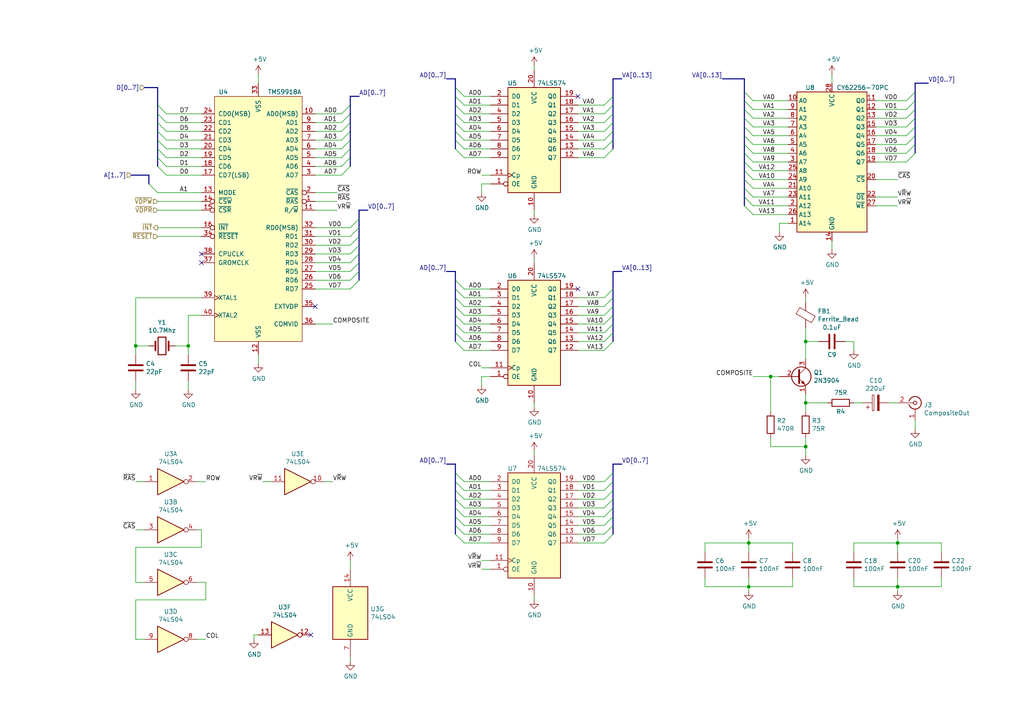
<source format=kicad_sch>
(kicad_sch (version 20230121) (generator eeschema)
  (paper "A4")
  (lib_symbols
    (symbol "74xx:74LS04"
      (property "Reference" "U" (at 0 1.27 0))
      (property "Value" "74LS04" (at 0 -1.27 0))
      (symbol "74LS04_1_0"
        (pin input line (at -7.62 0 0) (length 3.81) (name "~") (number "1"))
        (pin output inverted (at 7.62 0 180) (length 3.81) (name "~") (number "2"))
      )
      (symbol "74LS04_2_0"
        (pin input line (at -7.62 0 0) (length 3.81) (name "~") (number "3"))
        (pin output inverted (at 7.62 0 180) (length 3.81) (name "~") (number "4"))
      )
      (symbol "74LS04_3_0"
        (pin input line (at -7.62 0 0) (length 3.81) (name "~") (number "5"))
        (pin output inverted (at 7.62 0 180) (length 3.81) (name "~") (number "6"))
      )
      (symbol "74LS04_4_0"
        (pin output inverted (at 7.62 0 180) (length 3.81) (name "~") (number "8"))
        (pin input line (at -7.62 0 0) (length 3.81) (name "~") (number "9"))
      )
      (symbol "74LS04_5_0"
        (pin output inverted (at 7.62 0 180) (length 3.81) (name "~") (number "10"))
        (pin input line (at -7.62 0 0) (length 3.81) (name "~") (number "11"))
      )
      (symbol "74LS04_6_0"
        (pin output inverted (at 7.62 0 180) (length 3.81) (name "~") (number "12"))
        (pin input line (at -7.62 0 0) (length 3.81) (name "~") (number "13"))
      )
      (symbol "74LS04_7_0"
        (pin power_in line (at 0 12.7 270) (length 5.08) (name "VCC") (number "14"))
        (pin power_in line (at 0 -12.7 90) (length 5.08) (name "GND") (number "7"))
      )
    )
    (symbol "74xx:74LS574" (pin_names (offset 1.016))
      (property "Reference" "U" (at -7.62 16.51 0))
      (property "Value" "74LS574" (at -7.62 -16.51 0))
      (symbol "74LS574_1_0"
        (pin input inverted (at -12.7 -12.7 0) (length 5.08) (name "OE") (number "1"))
        (pin power_in line (at 0 -20.32 90) (length 5.08) (name "GND") (number "10"))
        (pin input clock (at -12.7 -10.16 0) (length 5.08) (name "Cp") (number "11"))
        (pin tri_state line (at 12.7 -5.08 180) (length 5.08) (name "Q7") (number "12"))
        (pin tri_state line (at 12.7 -2.54 180) (length 5.08) (name "Q6") (number "13"))
        (pin tri_state line (at 12.7 0 180) (length 5.08) (name "Q5") (number "14"))
        (pin tri_state line (at 12.7 2.54 180) (length 5.08) (name "Q4") (number "15"))
        (pin tri_state line (at 12.7 5.08 180) (length 5.08) (name "Q3") (number "16"))
        (pin tri_state line (at 12.7 7.62 180) (length 5.08) (name "Q2") (number "17"))
        (pin tri_state line (at 12.7 10.16 180) (length 5.08) (name "Q1") (number "18"))
        (pin tri_state line (at 12.7 12.7 180) (length 5.08) (name "Q0") (number "19"))
        (pin input line (at -12.7 12.7 0) (length 5.08) (name "D0") (number "2"))
        (pin power_in line (at 0 20.32 270) (length 5.08) (name "VCC") (number "20"))
        (pin input line (at -12.7 10.16 0) (length 5.08) (name "D1") (number "3"))
        (pin input line (at -12.7 7.62 0) (length 5.08) (name "D2") (number "4"))
        (pin input line (at -12.7 5.08 0) (length 5.08) (name "D3") (number "5"))
        (pin input line (at -12.7 2.54 0) (length 5.08) (name "D4") (number "6"))
        (pin input line (at -12.7 0 0) (length 5.08) (name "D5") (number "7"))
        (pin input line (at -12.7 -2.54 0) (length 5.08) (name "D6") (number "8"))
        (pin input line (at -12.7 -5.08 0) (length 5.08) (name "D7") (number "9"))
      )
    )
    (symbol "Ddraig:Conn_Coaxial-KLPX0848A2RG" (pin_names (offset 1.016) hide)
      (property "Reference" "J" (at 0.254 3.048 0))
      (property "Value" "Conn_Coaxial-KLPX0848A2RG" (at 2.921 0 90))
      (symbol "Conn_Coaxial-KLPX0848A2RG_1_1"
        (pin passive line (at 0 -5.08 90) (length 2.54) (name "Ext") (number "1"))
        (pin passive line (at -5.08 0 0) (length 2.54) (name "In") (number "2"))
      )
    )
    (symbol "Ddraig:TMS9918A" (pin_names (offset 1.016))
      (property "Reference" "U" (at -11.43 43.18 0))
      (property "Value" "TMS9918A" (at 8.89 -30.48 0))
      (symbol "TMS9918A_1_1"
        (pin output inverted (at 16.51 11.43 180) (length 3.81) (name "~{RAS}") (number "1"))
        (pin output line (at 16.51 36.83 180) (length 3.81) (name "AD0(MSB)") (number "10"))
        (pin output line (at 16.51 8.89 180) (length 3.81) (name "R/~{W}") (number "11"))
        (pin power_in line (at 0 -33.02 90) (length 3.81) (name "VSS") (number "12"))
        (pin input line (at -16.51 13.97 0) (length 3.81) (name "MODE") (number "13"))
        (pin input inverted (at -16.51 11.43 0) (length 3.81) (name "~{CSW}") (number "14"))
        (pin input inverted (at -16.51 8.89 0) (length 3.81) (name "~{CSR}") (number "15"))
        (pin output inverted (at -16.51 3.81 0) (length 3.81) (name "~{INT}") (number "16"))
        (pin bidirectional line (at -16.51 19.05 0) (length 3.81) (name "CD7(LSB)") (number "17"))
        (pin bidirectional line (at -16.51 21.59 0) (length 3.81) (name "CD6") (number "18"))
        (pin bidirectional line (at -16.51 24.13 0) (length 3.81) (name "CD5") (number "19"))
        (pin output inverted (at 16.51 13.97 180) (length 3.81) (name "~{CAS}") (number "2"))
        (pin bidirectional line (at -16.51 26.67 0) (length 3.81) (name "CD4") (number "20"))
        (pin bidirectional line (at -16.51 29.21 0) (length 3.81) (name "CD3") (number "21"))
        (pin bidirectional line (at -16.51 31.75 0) (length 3.81) (name "CD2") (number "22"))
        (pin bidirectional line (at -16.51 34.29 0) (length 3.81) (name "CD1") (number "23"))
        (pin bidirectional line (at -16.51 36.83 0) (length 3.81) (name "CD0(MSB)") (number "24"))
        (pin bidirectional line (at 16.51 -13.97 180) (length 3.81) (name "RD7") (number "25"))
        (pin bidirectional line (at 16.51 -11.43 180) (length 3.81) (name "RD6") (number "26"))
        (pin bidirectional line (at 16.51 -8.89 180) (length 3.81) (name "RD5") (number "27"))
        (pin bidirectional line (at 16.51 -6.35 180) (length 3.81) (name "RD4") (number "28"))
        (pin bidirectional line (at 16.51 -3.81 180) (length 3.81) (name "RD3") (number "29"))
        (pin output line (at 16.51 19.05 180) (length 3.81) (name "AD7") (number "3"))
        (pin bidirectional line (at 16.51 -1.27 180) (length 3.81) (name "RD2") (number "30"))
        (pin bidirectional line (at 16.51 1.27 180) (length 3.81) (name "RD1") (number "31"))
        (pin bidirectional line (at 16.51 3.81 180) (length 3.81) (name "RD0(MSB)") (number "32"))
        (pin power_in line (at 0 45.72 270) (length 3.81) (name "VSS") (number "33"))
        (pin input inverted (at -16.51 1.27 0) (length 3.81) (name "~{RESET}") (number "34"))
        (pin bidirectional line (at 16.51 -19.05 180) (length 3.81) (name "EXTVDP") (number "35"))
        (pin output line (at 16.51 -24.13 180) (length 3.81) (name "COMVID") (number "36"))
        (pin output line (at -16.51 -6.35 0) (length 3.81) (name "GROMCLK") (number "37"))
        (pin output line (at -16.51 -3.81 0) (length 3.81) (name "CPUCLK") (number "38"))
        (pin input clock (at -16.51 -16.51 0) (length 3.81) (name "XTAL1") (number "39"))
        (pin output line (at 16.51 21.59 180) (length 3.81) (name "AD6") (number "4"))
        (pin input clock (at -16.51 -21.59 0) (length 3.81) (name "XTAL2") (number "40"))
        (pin output line (at 16.51 24.13 180) (length 3.81) (name "AD5") (number "5"))
        (pin output line (at 16.51 26.67 180) (length 3.81) (name "AD4") (number "6"))
        (pin output line (at 16.51 29.21 180) (length 3.81) (name "AD3") (number "7"))
        (pin output line (at 16.51 31.75 180) (length 3.81) (name "AD2") (number "8"))
        (pin output line (at 16.51 34.29 180) (length 3.81) (name "AD1") (number "9"))
      )
    )
    (symbol "Device:C" (pin_numbers hide) (pin_names (offset 0.254))
      (property "Reference" "C" (at 0.635 2.54 0))
      (property "Value" "C" (at 0.635 -2.54 0))
      (symbol "C_1_1"
        (pin passive line (at 0 3.81 270) (length 2.794) (name "~") (number "1"))
        (pin passive line (at 0 -3.81 90) (length 2.794) (name "~") (number "2"))
      )
    )
    (symbol "Device:C_Polarized" (pin_numbers hide) (pin_names (offset 0.254))
      (property "Reference" "C" (at 0.635 2.54 0))
      (property "Value" "C_Polarized" (at 0.635 -2.54 0))
      (symbol "C_Polarized_1_1"
        (pin passive line (at 0 3.81 270) (length 2.794) (name "~") (number "1"))
        (pin passive line (at 0 -3.81 90) (length 2.794) (name "~") (number "2"))
      )
    )
    (symbol "Device:Crystal" (pin_numbers hide) (pin_names (offset 1.016) hide)
      (property "Reference" "Y" (at 0 3.81 0))
      (property "Value" "Crystal" (at 0 -3.81 0))
      (symbol "Crystal_1_1"
        (pin passive line (at -3.81 0 0) (length 1.27) (name "1") (number "1"))
        (pin passive line (at 3.81 0 180) (length 1.27) (name "2") (number "2"))
      )
    )
    (symbol "Device:FerriteBead" (pin_numbers hide) (pin_names (offset 0))
      (property "Reference" "FB" (at -3.81 0.635 90))
      (property "Value" "FerriteBead" (at 3.81 0 90))
      (symbol "FerriteBead_1_1"
        (pin passive line (at 0 3.81 270) (length 2.54) (name "~") (number "1"))
        (pin passive line (at 0 -3.81 90) (length 2.54) (name "~") (number "2"))
      )
    )
    (symbol "Device:R" (pin_numbers hide) (pin_names (offset 0))
      (property "Reference" "R" (at 2.032 0 90))
      (property "Value" "R" (at 0 0 90))
      (symbol "R_1_1"
        (pin passive line (at 0 3.81 270) (length 1.27) (name "~") (number "1"))
        (pin passive line (at 0 -3.81 90) (length 1.27) (name "~") (number "2"))
      )
    )
    (symbol "Memory_RAM:CY62256-70PC"
      (property "Reference" "U" (at -10.16 20.955 0))
      (property "Value" "CY62256-70PC" (at 2.54 20.955 0))
      (symbol "CY62256-70PC_0_0"
        (pin power_in line (at 0 -22.86 90) (length 2.54) (name "GND") (number "14"))
        (pin power_in line (at 0 22.86 270) (length 2.54) (name "VCC") (number "28"))
      )
      (symbol "CY62256-70PC_1_1"
        (pin input line (at -12.7 -17.78 0) (length 2.54) (name "A14") (number "1"))
        (pin input line (at -12.7 17.78 0) (length 2.54) (name "A0") (number "10"))
        (pin tri_state line (at 12.7 17.78 180) (length 2.54) (name "Q0") (number "11"))
        (pin tri_state line (at 12.7 15.24 180) (length 2.54) (name "Q1") (number "12"))
        (pin tri_state line (at 12.7 12.7 180) (length 2.54) (name "Q2") (number "13"))
        (pin tri_state line (at 12.7 10.16 180) (length 2.54) (name "Q3") (number "15"))
        (pin tri_state line (at 12.7 7.62 180) (length 2.54) (name "Q4") (number "16"))
        (pin tri_state line (at 12.7 5.08 180) (length 2.54) (name "Q5") (number "17"))
        (pin tri_state line (at 12.7 2.54 180) (length 2.54) (name "Q6") (number "18"))
        (pin tri_state line (at 12.7 0 180) (length 2.54) (name "Q7") (number "19"))
        (pin input line (at -12.7 -12.7 0) (length 2.54) (name "A12") (number "2"))
        (pin input line (at 12.7 -5.08 180) (length 2.54) (name "~{CS}") (number "20"))
        (pin input line (at -12.7 -7.62 0) (length 2.54) (name "A10") (number "21"))
        (pin input line (at 12.7 -10.16 180) (length 2.54) (name "~{OE}") (number "22"))
        (pin input line (at -12.7 -10.16 0) (length 2.54) (name "A11") (number "23"))
        (pin input line (at -12.7 -5.08 0) (length 2.54) (name "A9") (number "24"))
        (pin input line (at -12.7 -2.54 0) (length 2.54) (name "A8") (number "25"))
        (pin input line (at -12.7 -15.24 0) (length 2.54) (name "A13") (number "26"))
        (pin input line (at 12.7 -12.7 180) (length 2.54) (name "~{WE}") (number "27"))
        (pin input line (at -12.7 0 0) (length 2.54) (name "A7") (number "3"))
        (pin input line (at -12.7 2.54 0) (length 2.54) (name "A6") (number "4"))
        (pin input line (at -12.7 5.08 0) (length 2.54) (name "A5") (number "5"))
        (pin input line (at -12.7 7.62 0) (length 2.54) (name "A4") (number "6"))
        (pin input line (at -12.7 10.16 0) (length 2.54) (name "A3") (number "7"))
        (pin input line (at -12.7 12.7 0) (length 2.54) (name "A2") (number "8"))
        (pin input line (at -12.7 15.24 0) (length 2.54) (name "A1") (number "9"))
      )
    )
    (symbol "Transistor_BJT:2N3904" (pin_names (offset 0) hide)
      (property "Reference" "Q" (at 5.08 1.905 0))
      (property "Value" "2N3904" (at 5.08 0 0))
      (symbol "2N3904_1_1"
        (pin passive line (at 2.54 -5.08 90) (length 2.54) (name "E") (number "1"))
        (pin passive line (at -5.08 0 0) (length 5.715) (name "B") (number "2"))
        (pin passive line (at 2.54 5.08 270) (length 2.54) (name "C") (number "3"))
      )
    )
    (symbol "power:+5V" (power) (pin_names (offset 0))
      (property "Value" "+5V" (at 0 3.556 0))
      (symbol "+5V_1_1"
        (pin power_in line (at 0 0 90) (length 0) hide (name "+5V") (number "1"))
      )
    )
    (symbol "power:GND" (power) (pin_names (offset 0))
      (property "Value" "GND" (at 0 -3.81 0))
      (symbol "GND_1_1"
        (pin power_in line (at 0 0 270) (length 0) hide (name "GND") (number "1"))
      )
    )
  )
  (junction (at 39.37 100.33))
  (junction (at 233.68 129.54))
  (junction (at 260.35 157.48))
  (junction (at 233.68 116.84))
  (junction (at 233.68 99.06))
  (junction (at 54.61 100.33))
  (junction (at 217.17 170.18))
  (junction (at 260.35 170.18))
  (junction (at 217.17 157.48))
  (junction (at 223.52 109.22))
  (no_connect (at 167.64 27.94))
  (no_connect (at 91.44 88.9))
  (no_connect (at 90.17 184.15))
  (no_connect (at 58.42 76.2))
  (no_connect (at 167.64 83.82))
  (no_connect (at 58.42 73.66))
  (bus_entry (at 132.08 83.82) (size 2.54 2.54))
  (bus_entry (at 132.08 154.94) (size 2.54 2.54))
  (bus_entry (at 265.43 36.83) (size -2.54 2.54))
  (bus_entry (at 215.9 31.75) (size 2.54 2.54))
  (bus_entry (at 101.6 40.64) (size -2.54 2.54))
  (bus_entry (at 215.9 59.69) (size 2.54 2.54))
  (bus_entry (at 177.8 154.94) (size -2.54 2.54))
  (bus_entry (at 177.8 35.56) (size -2.54 2.54))
  (bus_entry (at 215.9 36.83) (size 2.54 2.54))
  (bus_entry (at 43.18 53.34) (size 2.54 2.54))
  (bus_entry (at 45.72 38.1) (size 2.54 2.54))
  (bus_entry (at 132.08 25.4) (size 2.54 2.54))
  (bus_entry (at 265.43 44.45) (size -2.54 2.54))
  (bus_entry (at 265.43 41.91) (size -2.54 2.54))
  (bus_entry (at 215.9 29.21) (size 2.54 2.54))
  (bus_entry (at 101.6 33.02) (size -2.54 2.54))
  (bus_entry (at 177.8 91.44) (size -2.54 2.54))
  (bus_entry (at 177.8 99.06) (size -2.54 2.54))
  (bus_entry (at 215.9 26.67) (size 2.54 2.54))
  (bus_entry (at 132.08 139.7) (size 2.54 2.54))
  (bus_entry (at 177.8 38.1) (size -2.54 2.54))
  (bus_entry (at 265.43 39.37) (size -2.54 2.54))
  (bus_entry (at 177.8 93.98) (size -2.54 2.54))
  (bus_entry (at 132.08 81.28) (size 2.54 2.54))
  (bus_entry (at 132.08 35.56) (size 2.54 2.54))
  (bus_entry (at 101.6 35.56) (size -2.54 2.54))
  (bus_entry (at 101.6 43.18) (size -2.54 2.54))
  (bus_entry (at 215.9 54.61) (size 2.54 2.54))
  (bus_entry (at 132.08 43.18) (size 2.54 2.54))
  (bus_entry (at 101.6 45.72) (size -2.54 2.54))
  (bus_entry (at 177.8 88.9) (size -2.54 2.54))
  (bus_entry (at 177.8 40.64) (size -2.54 2.54))
  (bus_entry (at 177.8 139.7) (size -2.54 2.54))
  (bus_entry (at 104.14 66.04) (size -2.54 2.54))
  (bus_entry (at 132.08 27.94) (size 2.54 2.54))
  (bus_entry (at 45.72 35.56) (size 2.54 2.54))
  (bus_entry (at 101.6 48.26) (size -2.54 2.54))
  (bus_entry (at 177.8 142.24) (size -2.54 2.54))
  (bus_entry (at 215.9 41.91) (size 2.54 2.54))
  (bus_entry (at 45.72 45.72) (size 2.54 2.54))
  (bus_entry (at 177.8 86.36) (size -2.54 2.54))
  (bus_entry (at 132.08 142.24) (size 2.54 2.54))
  (bus_entry (at 101.6 38.1) (size -2.54 2.54))
  (bus_entry (at 132.08 33.02) (size 2.54 2.54))
  (bus_entry (at 177.8 147.32) (size -2.54 2.54))
  (bus_entry (at 177.8 152.4) (size -2.54 2.54))
  (bus_entry (at 132.08 86.36) (size 2.54 2.54))
  (bus_entry (at 104.14 78.74) (size -2.54 2.54))
  (bus_entry (at 45.72 40.64) (size 2.54 2.54))
  (bus_entry (at 132.08 147.32) (size 2.54 2.54))
  (bus_entry (at 265.43 26.67) (size -2.54 2.54))
  (bus_entry (at 45.72 43.18) (size 2.54 2.54))
  (bus_entry (at 177.8 149.86) (size -2.54 2.54))
  (bus_entry (at 215.9 52.07) (size 2.54 2.54))
  (bus_entry (at 104.14 81.28) (size -2.54 2.54))
  (bus_entry (at 177.8 96.52) (size -2.54 2.54))
  (bus_entry (at 132.08 88.9) (size 2.54 2.54))
  (bus_entry (at 132.08 152.4) (size 2.54 2.54))
  (bus_entry (at 104.14 73.66) (size -2.54 2.54))
  (bus_entry (at 104.14 71.12) (size -2.54 2.54))
  (bus_entry (at 215.9 44.45) (size 2.54 2.54))
  (bus_entry (at 132.08 30.48) (size 2.54 2.54))
  (bus_entry (at 177.8 83.82) (size -2.54 2.54))
  (bus_entry (at 132.08 99.06) (size 2.54 2.54))
  (bus_entry (at 215.9 34.29) (size 2.54 2.54))
  (bus_entry (at 177.8 144.78) (size -2.54 2.54))
  (bus_entry (at 132.08 144.78) (size 2.54 2.54))
  (bus_entry (at 215.9 57.15) (size 2.54 2.54))
  (bus_entry (at 45.72 30.48) (size 2.54 2.54))
  (bus_entry (at 215.9 39.37) (size 2.54 2.54))
  (bus_entry (at 132.08 40.64) (size 2.54 2.54))
  (bus_entry (at 177.8 43.18) (size -2.54 2.54))
  (bus_entry (at 132.08 38.1) (size 2.54 2.54))
  (bus_entry (at 101.6 30.48) (size -2.54 2.54))
  (bus_entry (at 265.43 31.75) (size -2.54 2.54))
  (bus_entry (at 177.8 33.02) (size -2.54 2.54))
  (bus_entry (at 132.08 96.52) (size 2.54 2.54))
  (bus_entry (at 104.14 68.58) (size -2.54 2.54))
  (bus_entry (at 215.9 49.53) (size 2.54 2.54))
  (bus_entry (at 215.9 46.99) (size 2.54 2.54))
  (bus_entry (at 132.08 137.16) (size 2.54 2.54))
  (bus_entry (at 45.72 33.02) (size 2.54 2.54))
  (bus_entry (at 132.08 149.86) (size 2.54 2.54))
  (bus_entry (at 104.14 63.5) (size -2.54 2.54))
  (bus_entry (at 104.14 76.2) (size -2.54 2.54))
  (bus_entry (at 177.8 27.94) (size -2.54 2.54))
  (bus_entry (at 265.43 29.21) (size -2.54 2.54))
  (bus_entry (at 177.8 137.16) (size -2.54 2.54))
  (bus_entry (at 177.8 30.48) (size -2.54 2.54))
  (bus_entry (at 265.43 34.29) (size -2.54 2.54))
  (bus_entry (at 132.08 93.98) (size 2.54 2.54))
  (bus_entry (at 45.72 48.26) (size 2.54 2.54))
  (bus_entry (at 132.08 91.44) (size 2.54 2.54))
  (bus (pts (xy 265.43 24.13) (xy 269.24 24.13)))
  (bus (pts (xy 177.8 22.86) (xy 180.34 22.86)))
  (wire (pts (xy 233.68 104.14) (xy 233.68 99.06)))
  (wire (pts (xy 58.42 153.67) (xy 58.42 158.75)))
  (wire (pts (xy 228.6 49.53) (xy 218.44 49.53)))
  (wire (pts (xy 134.62 154.94) (xy 142.24 154.94)))
  (wire (pts (xy 99.06 45.72) (xy 91.44 45.72)))
  (bus (pts (xy 132.08 25.4) (xy 132.08 27.94)))
  (wire (pts (xy 58.42 40.64) (xy 48.26 40.64)))
  (wire (pts (xy 91.44 73.66) (xy 101.6 73.66)))
  (wire (pts (xy 228.6 46.99) (xy 218.44 46.99)))
  (wire (pts (xy 228.6 44.45) (xy 218.44 44.45)))
  (wire (pts (xy 223.52 109.22) (xy 226.06 109.22)))
  (bus (pts (xy 177.8 22.86) (xy 177.8 27.94)))
  (bus (pts (xy 215.9 34.29) (xy 215.9 36.83)))
  (bus (pts (xy 132.08 139.7) (xy 132.08 142.24)))
  (wire (pts (xy 78.74 139.7) (xy 76.2 139.7)))
  (bus (pts (xy 265.43 41.91) (xy 265.43 44.45)))
  (bus (pts (xy 177.8 144.78) (xy 177.8 147.32)))
  (wire (pts (xy 247.65 116.84) (xy 250.19 116.84)))
  (bus (pts (xy 45.72 35.56) (xy 45.72 38.1)))
  (wire (pts (xy 39.37 185.42) (xy 41.91 185.42)))
  (wire (pts (xy 134.62 45.72) (xy 142.24 45.72)))
  (wire (pts (xy 247.65 157.48) (xy 260.35 157.48)))
  (wire (pts (xy 175.26 33.02) (xy 167.64 33.02)))
  (wire (pts (xy 39.37 113.03) (xy 39.37 110.49)))
  (wire (pts (xy 91.44 68.58) (xy 101.6 68.58)))
  (bus (pts (xy 104.14 60.96) (xy 106.68 60.96)))
  (wire (pts (xy 204.47 160.02) (xy 204.47 157.48)))
  (wire (pts (xy 58.42 43.18) (xy 48.26 43.18)))
  (wire (pts (xy 257.81 116.84) (xy 260.35 116.84)))
  (wire (pts (xy 260.35 157.48) (xy 273.05 157.48)))
  (bus (pts (xy 215.9 44.45) (xy 215.9 46.99)))
  (bus (pts (xy 177.8 147.32) (xy 177.8 149.86)))
  (bus (pts (xy 215.9 36.83) (xy 215.9 39.37)))
  (bus (pts (xy 132.08 152.4) (xy 132.08 154.94)))
  (wire (pts (xy 91.44 81.28) (xy 101.6 81.28)))
  (wire (pts (xy 217.17 157.48) (xy 229.87 157.48)))
  (wire (pts (xy 204.47 167.64) (xy 204.47 170.18)))
  (bus (pts (xy 177.8 149.86) (xy 177.8 152.4)))
  (wire (pts (xy 175.26 88.9) (xy 167.64 88.9)))
  (wire (pts (xy 233.68 129.54) (xy 233.68 132.08)))
  (wire (pts (xy 228.6 59.69) (xy 218.44 59.69)))
  (wire (pts (xy 175.26 86.36) (xy 167.64 86.36)))
  (bus (pts (xy 265.43 39.37) (xy 265.43 41.91)))
  (bus (pts (xy 215.9 22.86) (xy 215.9 26.67)))
  (bus (pts (xy 215.9 54.61) (xy 215.9 57.15)))
  (wire (pts (xy 245.11 99.06) (xy 247.65 99.06)))
  (bus (pts (xy 265.43 24.13) (xy 265.43 26.67)))
  (wire (pts (xy 99.06 33.02) (xy 91.44 33.02)))
  (bus (pts (xy 43.18 53.34) (xy 43.18 50.8)))
  (bus (pts (xy 177.8 33.02) (xy 177.8 35.56)))
  (bus (pts (xy 101.6 33.02) (xy 101.6 35.56)))
  (bus (pts (xy 177.8 134.62) (xy 177.8 137.16)))
  (wire (pts (xy 233.68 127) (xy 233.68 129.54)))
  (wire (pts (xy 241.3 24.13) (xy 241.3 21.59)))
  (bus (pts (xy 177.8 40.64) (xy 177.8 43.18)))
  (wire (pts (xy 57.15 185.42) (xy 59.69 185.42)))
  (wire (pts (xy 154.94 173.99) (xy 154.94 172.72)))
  (wire (pts (xy 262.89 34.29) (xy 254 34.29)))
  (wire (pts (xy 45.72 66.04) (xy 58.42 66.04)))
  (wire (pts (xy 175.26 93.98) (xy 167.64 93.98)))
  (wire (pts (xy 134.62 99.06) (xy 142.24 99.06)))
  (wire (pts (xy 233.68 87.63) (xy 233.68 86.36)))
  (wire (pts (xy 237.49 99.06) (xy 233.68 99.06)))
  (wire (pts (xy 175.26 154.94) (xy 167.64 154.94)))
  (wire (pts (xy 154.94 19.05) (xy 154.94 20.32)))
  (wire (pts (xy 39.37 102.87) (xy 39.37 100.33)))
  (wire (pts (xy 262.89 44.45) (xy 254 44.45)))
  (wire (pts (xy 228.6 41.91) (xy 218.44 41.91)))
  (wire (pts (xy 91.44 83.82) (xy 101.6 83.82)))
  (wire (pts (xy 134.62 38.1) (xy 142.24 38.1)))
  (bus (pts (xy 45.72 43.18) (xy 45.72 45.72)))
  (wire (pts (xy 175.26 139.7) (xy 167.64 139.7)))
  (wire (pts (xy 228.6 36.83) (xy 218.44 36.83)))
  (bus (pts (xy 132.08 78.74) (xy 132.08 81.28)))
  (bus (pts (xy 132.08 33.02) (xy 132.08 35.56)))
  (bus (pts (xy 132.08 83.82) (xy 132.08 86.36)))
  (wire (pts (xy 99.06 50.8) (xy 91.44 50.8)))
  (wire (pts (xy 134.62 139.7) (xy 142.24 139.7)))
  (wire (pts (xy 39.37 173.99) (xy 39.37 185.42)))
  (wire (pts (xy 228.6 31.75) (xy 218.44 31.75)))
  (wire (pts (xy 101.6 190.5) (xy 101.6 191.77)))
  (wire (pts (xy 226.06 64.77) (xy 226.06 67.31)))
  (bus (pts (xy 45.72 40.64) (xy 45.72 43.18)))
  (wire (pts (xy 134.62 93.98) (xy 142.24 93.98)))
  (wire (pts (xy 134.62 35.56) (xy 142.24 35.56)))
  (bus (pts (xy 215.9 22.86) (xy 209.55 22.86)))
  (bus (pts (xy 215.9 29.21) (xy 215.9 31.75)))
  (bus (pts (xy 132.08 134.62) (xy 129.54 134.62)))
  (wire (pts (xy 134.62 149.86) (xy 142.24 149.86)))
  (bus (pts (xy 101.6 38.1) (xy 101.6 40.64)))
  (wire (pts (xy 240.03 116.84) (xy 233.68 116.84)))
  (wire (pts (xy 59.69 168.91) (xy 59.69 173.99)))
  (bus (pts (xy 132.08 30.48) (xy 132.08 33.02)))
  (bus (pts (xy 101.6 30.48) (xy 101.6 33.02)))
  (wire (pts (xy 139.7 50.8) (xy 142.24 50.8)))
  (wire (pts (xy 241.3 72.39) (xy 241.3 69.85)))
  (wire (pts (xy 217.17 157.48) (xy 217.17 156.21)))
  (wire (pts (xy 247.65 167.64) (xy 247.65 170.18)))
  (bus (pts (xy 104.14 73.66) (xy 104.14 76.2)))
  (bus (pts (xy 132.08 35.56) (xy 132.08 38.1)))
  (bus (pts (xy 177.8 137.16) (xy 177.8 139.7)))
  (wire (pts (xy 217.17 167.64) (xy 217.17 170.18)))
  (wire (pts (xy 142.24 53.34) (xy 139.7 53.34)))
  (bus (pts (xy 132.08 134.62) (xy 132.08 137.16)))
  (bus (pts (xy 43.18 50.8) (xy 38.1 50.8)))
  (wire (pts (xy 228.6 57.15) (xy 218.44 57.15)))
  (wire (pts (xy 54.61 91.44) (xy 58.42 91.44)))
  (wire (pts (xy 260.35 59.69) (xy 254 59.69)))
  (bus (pts (xy 265.43 26.67) (xy 265.43 29.21)))
  (wire (pts (xy 97.79 55.88) (xy 91.44 55.88)))
  (wire (pts (xy 154.94 118.11) (xy 154.94 116.84)))
  (wire (pts (xy 262.89 36.83) (xy 254 36.83)))
  (wire (pts (xy 175.26 152.4) (xy 167.64 152.4)))
  (wire (pts (xy 175.26 38.1) (xy 167.64 38.1)))
  (wire (pts (xy 175.26 144.78) (xy 167.64 144.78)))
  (wire (pts (xy 97.79 60.96) (xy 91.44 60.96)))
  (wire (pts (xy 134.62 147.32) (xy 142.24 147.32)))
  (bus (pts (xy 132.08 38.1) (xy 132.08 40.64)))
  (wire (pts (xy 228.6 52.07) (xy 218.44 52.07)))
  (wire (pts (xy 262.89 46.99) (xy 254 46.99)))
  (bus (pts (xy 132.08 93.98) (xy 132.08 96.52)))
  (bus (pts (xy 104.14 68.58) (xy 104.14 71.12)))
  (wire (pts (xy 134.62 101.6) (xy 142.24 101.6)))
  (wire (pts (xy 228.6 34.29) (xy 218.44 34.29)))
  (wire (pts (xy 96.52 139.7) (xy 93.98 139.7)))
  (wire (pts (xy 175.26 147.32) (xy 167.64 147.32)))
  (bus (pts (xy 132.08 78.74) (xy 129.54 78.74)))
  (wire (pts (xy 247.65 99.06) (xy 247.65 101.6)))
  (bus (pts (xy 177.8 142.24) (xy 177.8 144.78)))
  (wire (pts (xy 134.62 86.36) (xy 142.24 86.36)))
  (wire (pts (xy 134.62 43.18) (xy 142.24 43.18)))
  (wire (pts (xy 139.7 53.34) (xy 139.7 55.88)))
  (bus (pts (xy 45.72 45.72) (xy 45.72 48.26)))
  (bus (pts (xy 101.6 27.94) (xy 101.6 30.48)))
  (bus (pts (xy 177.8 27.94) (xy 177.8 30.48)))
  (wire (pts (xy 204.47 157.48) (xy 217.17 157.48)))
  (bus (pts (xy 132.08 27.94) (xy 132.08 30.48)))
  (bus (pts (xy 177.8 30.48) (xy 177.8 33.02)))
  (wire (pts (xy 260.35 167.64) (xy 260.35 170.18)))
  (wire (pts (xy 228.6 29.21) (xy 218.44 29.21)))
  (bus (pts (xy 177.8 38.1) (xy 177.8 40.64)))
  (bus (pts (xy 132.08 88.9) (xy 132.08 91.44)))
  (bus (pts (xy 132.08 96.52) (xy 132.08 99.06)))
  (wire (pts (xy 229.87 157.48) (xy 229.87 160.02)))
  (wire (pts (xy 175.26 142.24) (xy 167.64 142.24)))
  (wire (pts (xy 175.26 101.6) (xy 167.64 101.6)))
  (wire (pts (xy 175.26 45.72) (xy 167.64 45.72)))
  (bus (pts (xy 132.08 81.28) (xy 132.08 83.82)))
  (wire (pts (xy 39.37 100.33) (xy 39.37 86.36)))
  (wire (pts (xy 247.65 160.02) (xy 247.65 157.48)))
  (wire (pts (xy 58.42 50.8) (xy 48.26 50.8)))
  (wire (pts (xy 228.6 39.37) (xy 218.44 39.37)))
  (wire (pts (xy 228.6 62.23) (xy 218.44 62.23)))
  (bus (pts (xy 177.8 134.62) (xy 180.34 134.62)))
  (bus (pts (xy 177.8 86.36) (xy 177.8 88.9)))
  (wire (pts (xy 134.62 91.44) (xy 142.24 91.44)))
  (wire (pts (xy 91.44 93.98) (xy 96.52 93.98)))
  (wire (pts (xy 139.7 109.22) (xy 139.7 111.76)))
  (wire (pts (xy 39.37 158.75) (xy 39.37 168.91)))
  (wire (pts (xy 58.42 45.72) (xy 48.26 45.72)))
  (wire (pts (xy 39.37 86.36) (xy 58.42 86.36)))
  (wire (pts (xy 99.06 40.64) (xy 91.44 40.64)))
  (bus (pts (xy 132.08 149.86) (xy 132.08 152.4)))
  (wire (pts (xy 91.44 58.42) (xy 97.79 58.42)))
  (wire (pts (xy 91.44 76.2) (xy 101.6 76.2)))
  (bus (pts (xy 45.72 25.4) (xy 41.91 25.4)))
  (wire (pts (xy 233.68 114.3) (xy 233.68 116.84)))
  (wire (pts (xy 91.44 66.04) (xy 101.6 66.04)))
  (wire (pts (xy 218.44 109.22) (xy 223.52 109.22)))
  (wire (pts (xy 273.05 170.18) (xy 273.05 167.64)))
  (wire (pts (xy 229.87 170.18) (xy 229.87 167.64)))
  (bus (pts (xy 177.8 96.52) (xy 177.8 99.06)))
  (wire (pts (xy 54.61 100.33) (xy 54.61 102.87)))
  (wire (pts (xy 223.52 127) (xy 223.52 129.54)))
  (wire (pts (xy 39.37 139.7) (xy 41.91 139.7)))
  (wire (pts (xy 54.61 100.33) (xy 54.61 91.44)))
  (wire (pts (xy 59.69 173.99) (xy 39.37 173.99)))
  (wire (pts (xy 175.26 40.64) (xy 167.64 40.64)))
  (bus (pts (xy 215.9 26.67) (xy 215.9 29.21)))
  (wire (pts (xy 260.35 52.07) (xy 254 52.07)))
  (bus (pts (xy 215.9 46.99) (xy 215.9 49.53)))
  (wire (pts (xy 91.44 78.74) (xy 101.6 78.74)))
  (bus (pts (xy 101.6 43.18) (xy 101.6 45.72)))
  (wire (pts (xy 99.06 38.1) (xy 91.44 38.1)))
  (wire (pts (xy 175.26 43.18) (xy 167.64 43.18)))
  (wire (pts (xy 175.26 99.06) (xy 167.64 99.06)))
  (bus (pts (xy 132.08 137.16) (xy 132.08 139.7)))
  (wire (pts (xy 134.62 83.82) (xy 142.24 83.82)))
  (bus (pts (xy 132.08 40.64) (xy 132.08 43.18)))
  (wire (pts (xy 58.42 55.88) (xy 45.72 55.88)))
  (wire (pts (xy 134.62 30.48) (xy 142.24 30.48)))
  (wire (pts (xy 101.6 165.1) (xy 101.6 162.56)))
  (wire (pts (xy 99.06 35.56) (xy 91.44 35.56)))
  (wire (pts (xy 247.65 170.18) (xy 260.35 170.18)))
  (wire (pts (xy 134.62 152.4) (xy 142.24 152.4)))
  (bus (pts (xy 265.43 31.75) (xy 265.43 34.29)))
  (bus (pts (xy 45.72 33.02) (xy 45.72 35.56)))
  (wire (pts (xy 175.26 91.44) (xy 167.64 91.44)))
  (wire (pts (xy 175.26 35.56) (xy 167.64 35.56)))
  (bus (pts (xy 101.6 40.64) (xy 101.6 43.18)))
  (bus (pts (xy 177.8 91.44) (xy 177.8 93.98)))
  (bus (pts (xy 101.6 35.56) (xy 101.6 38.1)))
  (wire (pts (xy 204.47 170.18) (xy 217.17 170.18)))
  (wire (pts (xy 50.8 100.33) (xy 54.61 100.33)))
  (wire (pts (xy 175.26 149.86) (xy 167.64 149.86)))
  (bus (pts (xy 104.14 66.04) (xy 104.14 68.58)))
  (wire (pts (xy 226.06 64.77) (xy 228.6 64.77)))
  (wire (pts (xy 54.61 113.03) (xy 54.61 110.49)))
  (bus (pts (xy 104.14 71.12) (xy 104.14 73.66)))
  (bus (pts (xy 177.8 78.74) (xy 177.8 83.82)))
  (wire (pts (xy 58.42 38.1) (xy 48.26 38.1)))
  (wire (pts (xy 134.62 157.48) (xy 142.24 157.48)))
  (bus (pts (xy 132.08 22.86) (xy 132.08 25.4)))
  (wire (pts (xy 233.68 116.84) (xy 233.68 119.38)))
  (wire (pts (xy 217.17 170.18) (xy 229.87 170.18)))
  (bus (pts (xy 215.9 41.91) (xy 215.9 44.45)))
  (wire (pts (xy 134.62 96.52) (xy 142.24 96.52)))
  (wire (pts (xy 139.7 165.1) (xy 142.24 165.1)))
  (wire (pts (xy 262.89 39.37) (xy 254 39.37)))
  (wire (pts (xy 142.24 162.56) (xy 139.7 162.56)))
  (bus (pts (xy 104.14 78.74) (xy 104.14 81.28)))
  (bus (pts (xy 132.08 142.24) (xy 132.08 144.78)))
  (wire (pts (xy 175.26 157.48) (xy 167.64 157.48)))
  (bus (pts (xy 265.43 29.21) (xy 265.43 31.75)))
  (wire (pts (xy 217.17 160.02) (xy 217.17 157.48)))
  (bus (pts (xy 177.8 88.9) (xy 177.8 91.44)))
  (wire (pts (xy 154.94 74.93) (xy 154.94 76.2)))
  (wire (pts (xy 39.37 153.67) (xy 41.91 153.67)))
  (wire (pts (xy 260.35 57.15) (xy 254 57.15)))
  (wire (pts (xy 134.62 144.78) (xy 142.24 144.78)))
  (wire (pts (xy 262.89 29.21) (xy 254 29.21)))
  (wire (pts (xy 260.35 170.18) (xy 260.35 171.45)))
  (wire (pts (xy 99.06 43.18) (xy 91.44 43.18)))
  (wire (pts (xy 262.89 41.91) (xy 254 41.91)))
  (bus (pts (xy 215.9 57.15) (xy 215.9 59.69)))
  (bus (pts (xy 177.8 139.7) (xy 177.8 142.24)))
  (wire (pts (xy 217.17 170.18) (xy 217.17 171.45)))
  (wire (pts (xy 57.15 168.91) (xy 59.69 168.91)))
  (wire (pts (xy 175.26 96.52) (xy 167.64 96.52)))
  (wire (pts (xy 154.94 62.23) (xy 154.94 60.96)))
  (wire (pts (xy 260.35 160.02) (xy 260.35 157.48)))
  (wire (pts (xy 58.42 48.26) (xy 48.26 48.26)))
  (wire (pts (xy 134.62 27.94) (xy 142.24 27.94)))
  (bus (pts (xy 265.43 34.29) (xy 265.43 36.83)))
  (wire (pts (xy 58.42 158.75) (xy 39.37 158.75)))
  (bus (pts (xy 101.6 27.94) (xy 104.14 27.94)))
  (bus (pts (xy 104.14 76.2) (xy 104.14 78.74)))
  (bus (pts (xy 177.8 78.74) (xy 180.34 78.74)))
  (bus (pts (xy 265.43 36.83) (xy 265.43 39.37)))
  (wire (pts (xy 99.06 48.26) (xy 91.44 48.26)))
  (bus (pts (xy 132.08 22.86) (xy 129.54 22.86)))
  (wire (pts (xy 260.35 157.48) (xy 260.35 156.21)))
  (wire (pts (xy 57.15 153.67) (xy 58.42 153.67)))
  (wire (pts (xy 134.62 88.9) (xy 142.24 88.9)))
  (bus (pts (xy 215.9 52.07) (xy 215.9 54.61)))
  (wire (pts (xy 233.68 99.06) (xy 233.68 95.25)))
  (bus (pts (xy 132.08 147.32) (xy 132.08 149.86)))
  (bus (pts (xy 45.72 25.4) (xy 45.72 30.48)))
  (wire (pts (xy 134.62 33.02) (xy 142.24 33.02)))
  (wire (pts (xy 134.62 142.24) (xy 142.24 142.24)))
  (wire (pts (xy 223.52 129.54) (xy 233.68 129.54)))
  (wire (pts (xy 139.7 106.68) (xy 142.24 106.68)))
  (bus (pts (xy 132.08 91.44) (xy 132.08 93.98)))
  (bus (pts (xy 177.8 83.82) (xy 177.8 86.36)))
  (bus (pts (xy 45.72 38.1) (xy 45.72 40.64)))
  (wire (pts (xy 74.93 21.59) (xy 74.93 24.13)))
  (bus (pts (xy 215.9 39.37) (xy 215.9 41.91)))
  (wire (pts (xy 58.42 33.02) (xy 48.26 33.02)))
  (bus (pts (xy 177.8 93.98) (xy 177.8 96.52)))
  (bus (pts (xy 177.8 152.4) (xy 177.8 154.94)))
  (bus (pts (xy 215.9 31.75) (xy 215.9 34.29)))
  (bus (pts (xy 132.08 86.36) (xy 132.08 88.9)))
  (bus (pts (xy 45.72 30.48) (xy 45.72 33.02)))
  (wire (pts (xy 73.66 184.15) (xy 74.93 184.15)))
  (wire (pts (xy 73.66 185.42) (xy 73.66 184.15)))
  (wire (pts (xy 265.43 124.46) (xy 265.43 121.92)))
  (bus (pts (xy 132.08 144.78) (xy 132.08 147.32)))
  (wire (pts (xy 91.44 71.12) (xy 101.6 71.12)))
  (wire (pts (xy 39.37 168.91) (xy 41.91 168.91)))
  (bus (pts (xy 104.14 63.5) (xy 104.14 66.04)))
  (wire (pts (xy 58.42 35.56) (xy 48.26 35.56)))
  (wire (pts (xy 175.26 30.48) (xy 167.64 30.48)))
  (wire (pts (xy 74.93 105.41) (xy 74.93 102.87)))
  (wire (pts (xy 45.72 58.42) (xy 58.42 58.42)))
  (bus (pts (xy 177.8 35.56) (xy 177.8 38.1)))
  (wire (pts (xy 58.42 68.58) (xy 45.72 68.58)))
  (wire (pts (xy 273.05 157.48) (xy 273.05 160.02)))
  (bus (pts (xy 104.14 60.96) (xy 104.14 63.5)))
  (wire (pts (xy 57.15 139.7) (xy 59.69 139.7)))
  (wire (pts (xy 142.24 109.22) (xy 139.7 109.22)))
  (wire (pts (xy 228.6 54.61) (xy 218.44 54.61)))
  (wire (pts (xy 223.52 109.22) (xy 223.52 119.38)))
  (wire (pts (xy 260.35 170.18) (xy 273.05 170.18)))
  (wire (pts (xy 134.62 40.64) (xy 142.24 40.64)))
  (bus (pts (xy 101.6 45.72) (xy 101.6 48.26)))
  (wire (pts (xy 45.72 60.96) (xy 58.42 60.96)))
  (wire (pts (xy 154.94 130.81) (xy 154.94 132.08)))
  (wire (pts (xy 254 31.75) (xy 262.89 31.75)))
  (wire (pts (xy 43.18 100.33) (xy 39.37 100.33)))
  (bus (pts (xy 215.9 49.53) (xy 215.9 52.07)))
  (label "VD[0..7]" (at 269.24 24.13 0))
  (label "AD[0..7]" (at 104.14 27.94 0))
  (label "AD0" (at 139.7 139.7 180))
  (label "D3" (at 52.07 43.18 0))
  (label "VD5" (at 95.25 78.74 0))
  (label "VA3" (at 168.91 38.1 0))
  (label "VA11" (at 170.18 96.52 0))
  (label "AD0" (at 139.7 27.94 180))
  (label "VA4" (at 168.91 40.64 0))
  (label "AD5" (at 139.7 152.4 180))
  (label "AD0" (at 139.7 83.82 180))
  (label "VD[0..7]" (at 106.68 60.96 0))
  (label "AD5" (at 139.7 96.52 180))
  (label "~{CAS}" (at 97.79 55.88 0))
  (label "VD5" (at 256.54 41.91 0))
  (label "AD2" (at 139.7 88.9 180))
  (label "AD4" (at 93.98 43.18 0))
  (label "VD0" (at 256.54 29.21 0))
  (label "VR~{W}" (at 76.2 139.7 180))
  (label "VA[0..13]" (at 180.34 78.74 0))
  (label "VD7" (at 256.54 46.99 0))
  (label "VR~{W}" (at 139.7 165.1 180))
  (label "D4" (at 52.07 40.64 0))
  (label "VA11" (at 224.79 59.69 180))
  (label "AD5" (at 93.98 45.72 0))
  (label "V~{R}W" (at 139.7 162.56 180))
  (label "VA10" (at 170.18 93.98 0))
  (label "AD3" (at 139.7 91.44 180))
  (label "AD4" (at 139.7 149.86 180))
  (label "AD2" (at 139.7 144.78 180))
  (label "AD6" (at 139.7 154.94 180))
  (label "AD3" (at 93.98 40.64 0))
  (label "VA6" (at 168.91 45.72 0))
  (label "VA0" (at 168.91 30.48 0))
  (label "~{CAS}" (at 39.37 153.67 180))
  (label "VD2" (at 95.25 71.12 0))
  (label "D7" (at 52.07 33.02 0))
  (label "VD6" (at 256.54 44.45 0))
  (label "D1" (at 52.07 48.26 0))
  (label "AD[0..7]" (at 129.54 134.62 180))
  (label "~{RAS}" (at 39.37 139.7 180))
  (label "AD4" (at 139.7 93.98 180))
  (label "VA[0..13]" (at 180.34 22.86 0))
  (label "AD1" (at 139.7 142.24 180))
  (label "AD2" (at 139.7 33.02 180))
  (label "VA[0..13]" (at 209.55 22.86 180))
  (label "VD0" (at 95.25 66.04 0))
  (label "VD5" (at 168.91 152.4 0))
  (label "VD4" (at 256.54 39.37 0))
  (label "AD3" (at 139.7 35.56 180))
  (label "ROW" (at 59.69 139.7 0))
  (label "AD5" (at 139.7 40.64 180))
  (label "COL" (at 59.69 185.42 0))
  (label "VA2" (at 168.91 35.56 0))
  (label "VD4" (at 168.91 149.86 0))
  (label "VD3" (at 95.25 73.66 0))
  (label "VA12" (at 224.79 49.53 180))
  (label "VD2" (at 168.91 144.78 0))
  (label "VD3" (at 256.54 36.83 0))
  (label "~{RAS}" (at 97.79 58.42 0))
  (label "VD7" (at 95.25 83.82 0))
  (label "AD6" (at 139.7 99.06 180))
  (label "COMPOSITE" (at 96.52 93.98 0))
  (label "AD3" (at 139.7 147.32 180))
  (label "VD1" (at 256.54 31.75 0))
  (label "VA5" (at 168.91 43.18 0))
  (label "AD4" (at 139.7 38.1 180))
  (label "VA4" (at 224.79 54.61 180))
  (label "AD2" (at 93.98 38.1 0))
  (label "VD1" (at 95.25 68.58 0))
  (label "AD7" (at 139.7 157.48 180))
  (label "AD7" (at 139.7 45.72 180))
  (label "AD[0..7]" (at 129.54 22.86 180))
  (label "COL" (at 139.7 106.68 180))
  (label "VA6" (at 224.79 41.91 180))
  (label "VA0" (at 224.79 29.21 180))
  (label "ROW" (at 139.7 50.8 180))
  (label "VA8" (at 224.79 44.45 180))
  (label "AD1" (at 139.7 86.36 180))
  (label "AD[0..7]" (at 129.54 78.74 180))
  (label "VD2" (at 256.54 34.29 0))
  (label "VD3" (at 168.91 147.32 0))
  (label "VR~{W}" (at 97.79 60.96 0))
  (label "VA7" (at 224.79 57.15 180))
  (label "VD7" (at 168.91 157.48 0))
  (label "VA9" (at 224.79 46.99 180))
  (label "AD7" (at 93.98 50.8 0))
  (label "VA7" (at 170.18 86.36 0))
  (label "VA1" (at 168.91 33.02 0))
  (label "VD0" (at 168.91 139.7 0))
  (label "D0" (at 52.07 50.8 0))
  (label "V~{R}W" (at 260.35 57.15 0))
  (label "VR~{W}" (at 260.35 59.69 0))
  (label "VA1" (at 224.79 31.75 180))
  (label "VA5" (at 224.79 39.37 180))
  (label "VA9" (at 170.18 91.44 0))
  (label "VD6" (at 95.25 81.28 0))
  (label "VA13" (at 170.18 101.6 0))
  (label "V~{R}W" (at 96.52 139.7 0))
  (label "VD1" (at 168.91 142.24 0))
  (label "VD[0..7]" (at 180.34 134.62 0))
  (label "VA8" (at 170.18 88.9 0))
  (label "D6" (at 52.07 35.56 0))
  (label "AD0" (at 93.98 33.02 0))
  (label "AD6" (at 93.98 48.26 0))
  (label "COMPOSITE" (at 218.44 109.22 180))
  (label "VA2" (at 224.79 34.29 180))
  (label "VA10" (at 224.79 52.07 180))
  (label "AD1" (at 93.98 35.56 0))
  (label "A1" (at 52.07 55.88 0))
  (label "VA12" (at 170.18 99.06 0))
  (label "VA13" (at 224.79 62.23 180))
  (label "D5" (at 52.07 38.1 0))
  (label "AD7" (at 139.7 101.6 180))
  (label "VD4" (at 95.25 76.2 0))
  (label "D2" (at 52.07 45.72 0))
  (label "AD1" (at 139.7 30.48 180))
  (label "VA3" (at 224.79 36.83 180))
  (label "VD6" (at 168.91 154.94 0))
  (label "AD6" (at 139.7 43.18 180))
  (label "~{CAS}" (at 260.35 52.07 0))
  (hierarchical_label "~{INT}" (shape output) (at 45.72 66.04 180))
  (hierarchical_label "~{VDPW}" (shape input) (at 45.72 58.42 180))
  (hierarchical_label "A[1..7]" (shape input) (at 38.1 50.8 180))
  (hierarchical_label "D[0..7]" (shape input) (at 41.91 25.4 180))
  (hierarchical_label "~{RESET}" (shape input) (at 45.72 68.58 180))
  (hierarchical_label "~{VDPR}" (shape input) (at 45.72 60.96 180))
  (symbol (lib_id "Device:C") (at 260.35 163.83 0) (unit 1)
    (property "Reference" "C20" (at 263.271 162.6616 0) (effects (justify left)))
    (property "Value" "100nF" (at 263.271 164.973 0) (effects (justify left)))
    (property "Footprint" "Capacitor_THT:C_Disc_D5.0mm_W2.5mm_P2.50mm" (effects hide))
  )
  (symbol (lib_id "Device:C") (at 273.05 163.83 0) (unit 1)
    (property "Reference" "C22" (at 275.971 162.6616 0) (effects (justify left)))
    (property "Value" "100nF" (at 275.971 164.973 0) (effects (justify left)))
    (property "Footprint" "Capacitor_THT:C_Disc_D5.0mm_W2.5mm_P2.50mm" (effects hide))
  )
  (symbol (lib_id "Device:C") (at 247.65 163.83 0) (unit 1)
    (property "Reference" "C18" (at 250.571 162.6616 0) (effects (justify left)))
    (property "Value" "100nF" (at 250.571 164.973 0) (effects (justify left)))
    (property "Footprint" "Capacitor_THT:C_Disc_D5.0mm_W2.5mm_P2.50mm" (effects hide))
  )
  (symbol (lib_id "power:GND") (at 260.35 171.45 0) (unit 1)
    (property "Reference" "#PWR054" (effects hide))
    (property "Value" "GND" (at 260.477 175.8442 0))
  )
  (symbol (lib_id "power:+5V") (at 260.35 156.21 0) (unit 1)
    (property "Reference" "#PWR053" (effects hide))
    (property "Value" "+5V" (at 260.731 151.8158 0))
  )
  (symbol (lib_id "Ddraig:TMS9918A") (at 74.93 69.85 0) (unit 1)
    (property "Reference" "U4" (at 64.77 26.67 0))
    (property "Value" "TMS9918A" (at 82.55 26.67 0))
    (property "Footprint" "Package_DIP:DIP-40_W15.24mm_Socket" (effects hide))
  )
  (symbol (lib_id "Transistor_BJT:2N3904") (at 231.14 109.22 0) (unit 1)
    (property "Reference" "Q1" (at 235.966 108.0516 0) (effects (justify left)))
    (property "Value" "2N3904" (at 235.966 110.363 0) (effects (justify left)))
    (property "Footprint" "Package_TO_SOT_THT:TO-92_Inline" (effects hide))
    (property "Datasheet" "https://www.onsemi.com/pub/Collateral/2N3903-D.PDF" (effects hide))
  )
  (symbol (lib_id "Device:R") (at 223.52 123.19 0) (unit 1)
    (property "Reference" "R2" (at 225.298 122.0216 0) (effects (justify left)))
    (property "Value" "470R" (at 225.298 124.333 0) (effects (justify left)))
    (property "Footprint" "Resistor_THT:R_Axial_DIN0207_L6.3mm_D2.5mm_P10.16mm_Horizontal" (effects hide))
  )
  (symbol (lib_id "Device:R") (at 233.68 123.19 0) (unit 1)
    (property "Reference" "R3" (at 235.458 122.0216 0) (effects (justify left)))
    (property "Value" "75R" (at 235.458 124.333 0) (effects (justify left)))
    (property "Footprint" "Resistor_THT:R_Axial_DIN0207_L6.3mm_D2.5mm_P10.16mm_Horizontal" (effects hide))
  )
  (symbol (lib_id "Device:R") (at 243.84 116.84 270) (unit 1)
    (property "Reference" "R4" (at 243.84 119.38 90))
    (property "Value" "75R" (at 243.84 113.8936 90))
    (property "Footprint" "Resistor_THT:R_Axial_DIN0207_L6.3mm_D2.5mm_P10.16mm_Horizontal" (effects hide))
  )
  (symbol (lib_id "Device:C") (at 241.3 99.06 270) (unit 1)
    (property "Reference" "C9" (at 241.3 102.87 90))
    (property "Value" "0.1uF" (at 241.3 94.9706 90))
    (property "Footprint" "Capacitor_THT:C_Disc_D5.0mm_W2.5mm_P2.50mm" (effects hide))
  )
  (symbol (lib_id "Device:C_Polarized") (at 254 116.84 90) (unit 1)
    (property "Reference" "C10" (at 254 110.363 90))
    (property "Value" "220uF" (at 254 112.6744 90))
    (property "Footprint" "Capacitor_THT:CP_Radial_D5.0mm_P2.50mm" (effects hide))
  )
  (symbol (lib_id "Device:FerriteBead") (at 233.68 91.44 0) (unit 1)
    (property "Reference" "FB1" (at 237.1598 90.2716 0) (effects (justify left)))
    (property "Value" "Ferrite_Bead" (at 237.1598 92.583 0) (effects (justify left)))
    (property "Footprint" "Inductor_THT:L_Axial_L6.6mm_D2.7mm_P10.16mm_Horizontal_Vishay_IM-2" (effects hide))
  )
  (symbol (lib_id "power:+5V") (at 233.68 86.36 0) (unit 1)
    (property "Reference" "#PWR035" (effects hide))
    (property "Value" "+5V" (at 234.061 81.9658 0))
  )
  (symbol (lib_id "power:GND") (at 233.68 132.08 0) (unit 1)
    (property "Reference" "#PWR036" (effects hide))
    (property "Value" "GND" (at 233.807 136.4742 0))
  )
  (symbol (lib_id "power:GND") (at 265.43 124.46 0) (unit 1)
    (property "Reference" "#PWR040" (effects hide))
    (property "Value" "GND" (at 265.557 128.8542 0))
  )
  (symbol (lib_id "power:GND") (at 247.65 101.6 0) (unit 1)
    (property "Reference" "#PWR039" (effects hide))
    (property "Value" "GND" (at 247.777 105.9942 0))
  )
  (symbol (lib_id "Memory_RAM:CY62256-70PC") (at 241.3 46.99 0) (unit 1)
    (property "Reference" "U8" (at 234.95 25.4 0))
    (property "Value" "CY62256-70PC" (at 250.19 25.4 0))
    (property "Footprint" "Package_DIP:DIP-28_W15.24mm" (effects hide))
    (property "Datasheet" "https://ecee.colorado.edu/~mcclurel/Cypress_SRAM_CY62256.pdf" (effects hide))
  )
  (symbol (lib_id "Device:Crystal") (at 46.99 100.33 0) (unit 1)
    (property "Reference" "Y1" (at 46.99 93.5228 0))
    (property "Value" "10.7Mhz" (at 46.99 95.8342 0))
    (property "Footprint" "Crystal:Crystal_HC50_Vertical" (effects hide))
  )
  (symbol (lib_id "Device:C") (at 39.37 106.68 0) (unit 1)
    (property "Reference" "C4" (at 42.291 105.5116 0) (effects (justify left)))
    (property "Value" "22pF" (at 42.291 107.823 0) (effects (justify left)))
    (property "Footprint" "Capacitor_THT:C_Disc_D5.0mm_W2.5mm_P2.50mm" (effects hide))
  )
  (symbol (lib_id "Device:C") (at 54.61 106.68 0) (unit 1)
    (property "Reference" "C5" (at 57.531 105.5116 0) (effects (justify left)))
    (property "Value" "22pF" (at 57.531 107.823 0) (effects (justify left)))
    (property "Footprint" "Capacitor_THT:C_Disc_D5.0mm_W2.5mm_P2.50mm" (effects hide))
  )
  (symbol (lib_id "power:GND") (at 39.37 113.03 0) (unit 1)
    (property "Reference" "#PWR017" (effects hide))
    (property "Value" "GND" (at 39.497 117.4242 0))
  )
  (symbol (lib_id "power:GND") (at 54.61 113.03 0) (unit 1)
    (property "Reference" "#PWR018" (effects hide))
    (property "Value" "GND" (at 54.737 117.4242 0))
  )
  (symbol (lib_id "power:GND") (at 226.06 67.31 0) (unit 1)
    (property "Reference" "#PWR034" (effects hide))
    (property "Value" "GND" (at 226.187 71.7042 0))
  )
  (symbol (lib_id "power:GND") (at 241.3 72.39 0) (unit 1)
    (property "Reference" "#PWR038" (effects hide))
    (property "Value" "GND" (at 241.427 76.7842 0))
  )
  (symbol (lib_id "power:+5V") (at 241.3 21.59 0) (unit 1)
    (property "Reference" "#PWR037" (effects hide))
    (property "Value" "+5V" (at 241.681 17.1958 0))
  )
  (symbol (lib_id "74xx:74LS574") (at 154.94 40.64 0) (unit 1)
    (property "Reference" "U5" (at 148.59 24.13 0))
    (property "Value" "74LS574" (at 160.02 24.13 0))
    (property "Footprint" "Package_DIP:DIP-20_W7.62mm_Socket" (effects hide))
    (property "Datasheet" "http://www.ti.com/lit/gpn/sn74LS574" (effects hide))
  )
  (symbol (lib_id "power:GND") (at 154.94 62.23 0) (unit 1)
    (property "Reference" "#PWR027" (effects hide))
    (property "Value" "GND" (at 155.067 66.6242 0))
  )
  (symbol (lib_id "power:+5V") (at 154.94 19.05 0) (unit 1)
    (property "Reference" "#PWR026" (effects hide))
    (property "Value" "+5V" (at 155.321 14.6558 0))
  )
  (symbol (lib_id "74xx:74LS574") (at 154.94 96.52 0) (unit 1)
    (property "Reference" "U6" (at 148.59 80.01 0))
    (property "Value" "74LS574" (at 160.02 80.01 0))
    (property "Footprint" "Package_DIP:DIP-20_W7.62mm_Socket" (effects hide))
    (property "Datasheet" "http://www.ti.com/lit/gpn/sn74LS574" (effects hide))
  )
  (symbol (lib_id "power:GND") (at 154.94 118.11 0) (unit 1)
    (property "Reference" "#PWR029" (effects hide))
    (property "Value" "GND" (at 155.067 122.5042 0))
  )
  (symbol (lib_id "power:+5V") (at 154.94 74.93 0) (unit 1)
    (property "Reference" "#PWR028" (effects hide))
    (property "Value" "+5V" (at 155.321 70.5358 0))
  )
  (symbol (lib_id "74xx:74LS574") (at 154.94 152.4 0) (unit 1)
    (property "Reference" "U7" (at 148.59 135.89 0))
    (property "Value" "74LS574" (at 160.02 135.89 0))
    (property "Footprint" "Package_DIP:DIP-20_W7.62mm_Socket" (effects hide))
    (property "Datasheet" "http://www.ti.com/lit/gpn/sn74LS574" (effects hide))
  )
  (symbol (lib_id "power:GND") (at 154.94 173.99 0) (unit 1)
    (property "Reference" "#PWR031" (effects hide))
    (property "Value" "GND" (at 155.067 178.3842 0))
  )
  (symbol (lib_id "power:+5V") (at 154.94 130.81 0) (unit 1)
    (property "Reference" "#PWR030" (effects hide))
    (property "Value" "+5V" (at 155.321 126.4158 0))
  )
  (symbol (lib_id "74xx:74LS04") (at 49.53 139.7 0) (unit 1)
    (property "Reference" "U3" (at 49.53 131.6482 0))
    (property "Value" "74LS04" (at 49.53 133.9596 0))
    (property "Footprint" "Package_DIP:DIP-14_W7.62mm_Socket" (effects hide))
    (property "Datasheet" "http://www.ti.com/lit/gpn/sn74LS04" (effects hide))
  )
  (symbol (lib_id "74xx:74LS04") (at 49.53 153.67 0) (unit 2)
    (property "Reference" "U3" (at 49.53 145.6182 0))
    (property "Value" "74LS04" (at 49.53 147.9296 0))
    (property "Footprint" "Package_DIP:DIP-14_W7.62mm_Socket" (effects hide))
    (property "Datasheet" "http://www.ti.com/lit/gpn/sn74LS04" (effects hide))
  )
  (symbol (lib_id "74xx:74LS04") (at 49.53 168.91 0) (unit 3)
    (property "Reference" "U3" (at 49.53 160.8582 0))
    (property "Value" "74LS04" (at 49.53 163.1696 0))
    (property "Footprint" "Package_DIP:DIP-14_W7.62mm_Socket" (effects hide))
    (property "Datasheet" "http://www.ti.com/lit/gpn/sn74LS04" (effects hide))
  )
  (symbol (lib_id "74xx:74LS04") (at 49.53 185.42 0) (unit 4)
    (property "Reference" "U3" (at 49.53 177.3682 0))
    (property "Value" "74LS04" (at 49.53 179.6796 0))
    (property "Footprint" "Package_DIP:DIP-14_W7.62mm_Socket" (effects hide))
    (property "Datasheet" "http://www.ti.com/lit/gpn/sn74LS04" (effects hide))
  )
  (symbol (lib_id "74xx:74LS04") (at 86.36 139.7 0) (unit 5)
    (property "Reference" "U3" (at 86.36 131.6482 0))
    (property "Value" "74LS04" (at 86.36 133.9596 0))
    (property "Footprint" "Package_DIP:DIP-14_W7.62mm_Socket" (effects hide))
    (property "Datasheet" "http://www.ti.com/lit/gpn/sn74LS04" (effects hide))
  )
  (symbol (lib_id "74xx:74LS04") (at 82.55 184.15 0) (unit 6)
    (property "Reference" "U3" (at 82.55 176.0982 0))
    (property "Value" "74LS04" (at 82.55 178.4096 0))
    (property "Footprint" "Package_DIP:DIP-14_W7.62mm_Socket" (effects hide))
    (property "Datasheet" "http://www.ti.com/lit/gpn/sn74LS04" (effects hide))
  )
  (symbol (lib_id "74xx:74LS04") (at 101.6 177.8 0) (unit 7)
    (property "Reference" "U3" (at 107.442 176.6316 0) (effects (justify left)))
    (property "Value" "74LS04" (at 107.442 178.943 0) (effects (justify left)))
    (property "Footprint" "Package_DIP:DIP-14_W7.62mm_Socket" (effects hide))
    (property "Datasheet" "http://www.ti.com/lit/gpn/sn74LS04" (effects hide))
  )
  (symbol (lib_id "power:GND") (at 139.7 111.76 0) (unit 1)
    (property "Reference" "#PWR025" (effects hide))
    (property "Value" "GND" (at 139.827 116.1542 0))
  )
  (symbol (lib_id "power:GND") (at 139.7 55.88 0) (unit 1)
    (property "Reference" "#PWR024" (effects hide))
    (property "Value" "GND" (at 139.827 60.2742 0))
  )
  (symbol (lib_id "power:GND") (at 101.6 191.77 0) (unit 1)
    (property "Reference" "#PWR023" (effects hide))
    (property "Value" "GND" (at 101.727 196.1642 0))
  )
  (symbol (lib_id "power:+5V") (at 101.6 162.56 0) (unit 1)
    (property "Reference" "#PWR022" (effects hide))
    (property "Value" "+5V" (at 101.981 158.1658 0))
  )
  (symbol (lib_id "power:GND") (at 73.66 185.42 0) (unit 1)
    (property "Reference" "#PWR019" (effects hide))
    (property "Value" "GND" (at 73.787 189.8142 0))
  )
  (symbol (lib_id "power:+5V") (at 74.93 21.59 0) (unit 1)
    (property "Reference" "#PWR020" (effects hide))
    (property "Value" "+5V" (at 75.311 17.1958 0))
  )
  (symbol (lib_id "power:GND") (at 74.93 105.41 0) (unit 1)
    (property "Reference" "#PWR021" (effects hide))
    (property "Value" "GND" (at 75.057 109.8042 0))
  )
  (symbol (lib_id "Device:C") (at 217.17 163.83 0) (unit 1)
    (property "Reference" "C7" (at 220.091 162.6616 0) (effects (justify left)))
    (property "Value" "100nF" (at 220.091 164.973 0) (effects (justify left)))
    (property "Footprint" "Capacitor_THT:C_Disc_D5.0mm_W2.5mm_P2.50mm" (effects hide))
  )
  (symbol (lib_id "Device:C") (at 229.87 163.83 0) (unit 1)
    (property "Reference" "C8" (at 232.791 162.6616 0) (effects (justify left)))
    (property "Value" "100nF" (at 232.791 164.973 0) (effects (justify left)))
    (property "Footprint" "Capacitor_THT:C_Disc_D5.0mm_W2.5mm_P2.50mm" (effects hide))
  )
  (symbol (lib_id "Device:C") (at 204.47 163.83 0) (unit 1)
    (property "Reference" "C6" (at 207.391 162.6616 0) (effects (justify left)))
    (property "Value" "100nF" (at 207.391 164.973 0) (effects (justify left)))
    (property "Footprint" "Capacitor_THT:C_Disc_D5.0mm_W2.5mm_P2.50mm" (effects hide))
  )
  (symbol (lib_id "power:GND") (at 217.17 171.45 0) (unit 1)
    (property "Reference" "#PWR033" (effects hide))
    (property "Value" "GND" (at 217.297 175.8442 0))
  )
  (symbol (lib_id "power:+5V") (at 217.17 156.21 0) (unit 1)
    (property "Reference" "#PWR032" (effects hide))
    (property "Value" "+5V" (at 217.551 151.8158 0))
  )
  (symbol (lib_id "Ddraig:Conn_Coaxial-KLPX0848A2RG") (at 265.43 116.84 0) (unit 1)
    (property "Reference" "J3" (at 267.97 117.475 0) (effects (justify left)))
    (property "Value" "CompositeOut" (at 267.97 119.7864 0) (effects (justify left)))
    (property "Footprint" "Ddraig:KLPX0848A2RG" (effects hide))
    (property "Datasheet" " ~" (effects hide))
  )
)
</source>
